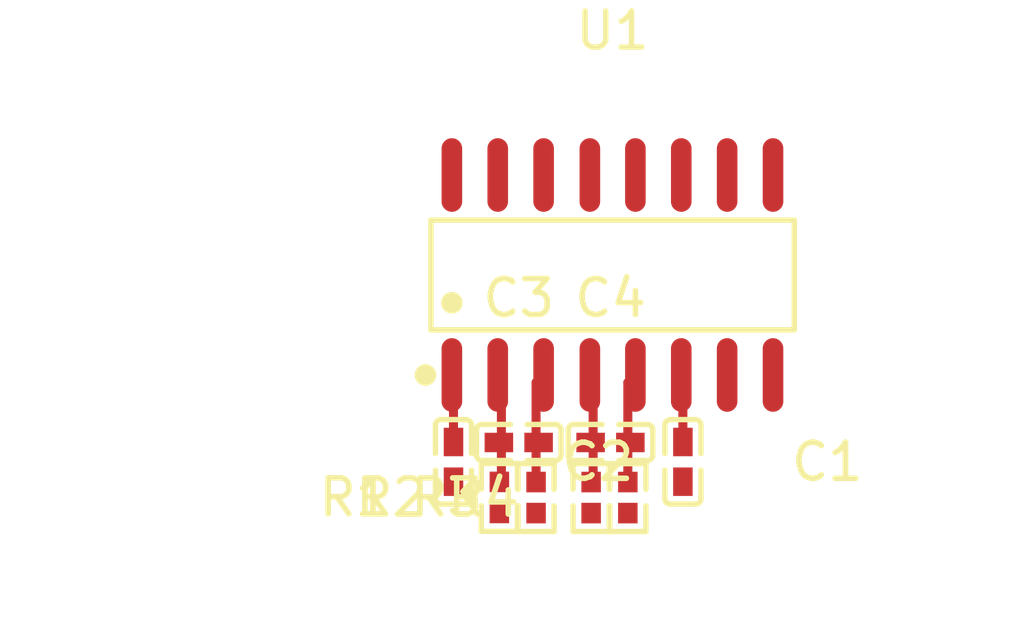
<source format=kicad_pcb>
(kicad_pcb (version 20241229) (generator "pcbnew") (generator_version "9.0")
  (layers (0 "F.Cu" signal) (2 "B.Cu" signal) (13 "F.Paste" user) (15 "B.Paste" user) (5 "F.SilkS" user "F.Silkscreen") (7 "B.SilkS" user "B.Silkscreen") (1 "F.Mask" user) (3 "B.Mask" user) (25 "Edge.Cuts" user))
  (net 0 "")
  (net 1 "DRDY")
  (net 2 "VBG")
  (net 3 "VIN1P")
  (net 4 "VIN2N")
  (net 5 "AVDD_LDO")
  (net 6 "gnd")
  (net 7 "VIN2P")
  (net 8 "XIN")
  (net 9 "VIN1N")
  (net 10 "XOUT")
  (net 11 "SDA")
  (net 12 "SCL")
  (net 13 "REFP")
  (net 14 "DVDD")
  (net 15 "n-1")
  (net 16 "p")
  (net 17 "n")
  (net 18 "p-1")
  (footprint "atopile:R0402-56259e" (layer "F.Cu") (at 134.366 88.394 90)
    (property "Reference" "R3" (at 0 -4 0) (layer "F.SilkS") (hide no))
    (property "Value" "47Ω ±1% 62.5mW")
    (fp_line (start 0.94 -0.5) (end 0.23 -0.5) (stroke (width 0.15)) (layer "F.SilkS"))
    (fp_line (start -0.94 -0.5) (end -0.23 -0.5) (stroke (width 0.15)) (layer "F.SilkS"))
    (fp_line (start 0.94 0.5) (end 0.94 -0.5) (stroke (width 0.15)) (layer "F.SilkS"))
    (fp_line (start 0.23 0.5) (end 0.94 0.5) (stroke (width 0.15)) (layer "F.SilkS"))
    (fp_line (start -0.23 0.5) (end -0.94 0.5) (stroke (width 0.15)) (layer "F.SilkS"))
    (fp_line (start -0.94 0.5) (end -0.94 -0.5) (stroke (width 0.15)) (layer "F.SilkS"))
    (fp_text user "${REFERENCE}" (at 0 -4 0) (layer "F.SilkS"))
    (pad "1" smd rect (at -0.43 0 90) (size 0.57 0.54) (layers "F.Cu" "F.Mask" "F.Paste") (net 17 "n"))
    (pad "2" smd rect (at 0.43 0 90) (size 0.57 0.54) (layers "F.Cu" "F.Mask" "F.Paste") (net 4 "VIN2N"))
  )
  (footprint "atopile:C0402-b3ef17" (layer "F.Cu") (at 134.902 86.868 0)
    (property "Reference" "C4" (at 0 -4 0) (layer "F.SilkS") (hide no))
    (property "Value" "100nF ±10% 16V X7R")
    (fp_line (start -1.17 0.35) (end -1.17 -0.35) (stroke (width 0.15)) (layer "F.SilkS"))
    (fp_line (start -1.02 -0.5) (end -0.23 -0.5) (stroke (width 0.15)) (layer "F.SilkS"))
    (fp_line (start -0.23 0.5) (end -1.02 0.5) (stroke (width 0.15)) (layer "F.SilkS"))
    (fp_line (start 0.23 0.5) (end 1.02 0.5) (stroke (width 0.15)) (layer "F.SilkS"))
    (fp_line (start 1.02 -0.5) (end 0.23 -0.5) (stroke (width 0.15)) (layer "F.SilkS"))
    (fp_line (start 1.17 0.35) (end 1.17 -0.35) (stroke (width 0.15)) (layer "F.SilkS"))
    (fp_arc (start -1.17 -0.35) (mid -1.126066 -0.456066) (end -1.02 -0.5) (stroke (width 0.15)) (layer "F.SilkS"))
    (fp_arc (start -1.02 0.5) (mid -1.126066 0.456066) (end -1.17 0.35) (stroke (width 0.15)) (layer "F.SilkS"))
    (fp_arc (start 1.02 -0.5) (mid 1.126066 -0.456066) (end 1.17 -0.35) (stroke (width 0.15)) (layer "F.SilkS"))
    (fp_arc (start 1.17 0.35) (mid 1.126066 0.456066) (end 1.02 0.5) (stroke (width 0.15)) (layer "F.SilkS"))
    (fp_text user "${REFERENCE}" (at 0 -4 0) (layer "F.SilkS"))
    (pad "1" smd rect (at -0.55 0 0) (size 0.79 0.54) (layers "F.Cu" "F.Mask" "F.Paste") (net 4 "VIN2N"))
    (pad "2" smd rect (at 0.55 0 0) (size 0.79 0.54) (layers "F.Cu" "F.Mask" "F.Paste") (net 7 "VIN2P"))
  )
  (footprint "atopile:R0402-56259e" (layer "F.Cu") (at 131.826 88.39 90)
    (property "Reference" "R1" (at 0 -4 0) (layer "F.SilkS") (hide no))
    (property "Value" "47Ω ±1% 62.5mW")
    (fp_line (start 0.94 -0.5) (end 0.23 -0.5) (stroke (width 0.15)) (layer "F.SilkS"))
    (fp_line (start -0.94 -0.5) (end -0.23 -0.5) (stroke (width 0.15)) (layer "F.SilkS"))
    (fp_line (start 0.94 0.5) (end 0.94 -0.5) (stroke (width 0.15)) (layer "F.SilkS"))
    (fp_line (start 0.23 0.5) (end 0.94 0.5) (stroke (width 0.15)) (layer "F.SilkS"))
    (fp_line (start -0.23 0.5) (end -0.94 0.5) (stroke (width 0.15)) (layer "F.SilkS"))
    (fp_line (start -0.94 0.5) (end -0.94 -0.5) (stroke (width 0.15)) (layer "F.SilkS"))
    (fp_text user "${REFERENCE}" (at 0 -4 0) (layer "F.SilkS"))
    (pad "1" smd rect (at -0.43 0 90) (size 0.57 0.54) (layers "F.Cu" "F.Mask" "F.Paste") (net 15 "n-1"))
    (pad "2" smd rect (at 0.43 0 90) (size 0.57 0.54) (layers "F.Cu" "F.Mask" "F.Paste") (net 9 "VIN1N"))
  )
  (footprint "lib:SOP-16_L9.9-W3.9-P1.27-LS6.0-BL" (layer "F.Cu") (at 134.961 82.227 0)
    (property "Reference" "U1" (at 0 -6.77 0) (layer "F.SilkS") (hide no))
    (property "Value" "")
    (fp_line (start -5.03 -1.52) (end 5.03 -1.52) (stroke (width 0.15)) (layer "F.SilkS"))
    (fp_line (start -5.03 1.52) (end -5.03 -1.52) (stroke (width 0.15)) (layer "F.SilkS"))
    (fp_line (start 5.03 -1.52) (end 5.03 1.52) (stroke (width 0.15)) (layer "F.SilkS"))
    (fp_line (start 5.03 1.52) (end -5.03 1.52) (stroke (width 0.15)) (layer "F.SilkS"))
    (fp_circle (center -5.18 2.77) (end -5.03 2.77) (stroke (width 0.3)) (fill no) (layer "F.SilkS"))
    (fp_circle (center -4.45 0.77) (end -4.3 0.77) (stroke (width 0.3)) (fill no) (layer "F.SilkS"))
    (pad "1" smd oval (at -4.45 2.77 0) (size 0.57 2.04) (layers "F.Cu" "F.Mask" "F.Paste") (net 13 "REFP"))
    (pad "2" smd oval (at -3.18 2.77 0) (size 0.57 2.04) (layers "F.Cu" "F.Mask" "F.Paste") (net 9 "VIN1N"))
    (pad "3" smd oval (at -1.91 2.77 0) (size 0.57 2.04) (layers "F.Cu" "F.Mask" "F.Paste") (net 3 "VIN1P"))
    (pad "4" smd oval (at -0.63 2.77 0) (size 0.57 2.04) (layers "F.Cu" "F.Mask" "F.Paste") (net 4 "VIN2N"))
    (pad "5" smd oval (at 0.63 2.77 0) (size 0.57 2.04) (layers "F.Cu" "F.Mask" "F.Paste") (net 7 "VIN2P"))
    (pad "6" smd oval (at 1.9 2.77 0) (size 0.57 2.04) (layers "F.Cu" "F.Mask" "F.Paste") (net 2 "VBG"))
    (pad "7" smd oval (at 3.17 2.77 0) (size 0.57 2.04) (layers "F.Cu" "F.Mask" "F.Paste") (net 6 "gnd"))
    (pad "8" smd oval (at 4.44 2.77 0) (size 0.57 2.04) (layers "F.Cu" "F.Mask" "F.Paste") (net 6 "gnd"))
    (pad "9" smd oval (at 4.44 -2.77 0) (size 0.57 2.04) (layers "F.Cu" "F.Mask" "F.Paste") (net 6 "gnd"))
    (pad "10" smd oval (at 3.17 -2.77 0) (size 0.57 2.04) (layers "F.Cu" "F.Mask" "F.Paste") (net 8 "XIN"))
    (pad "11" smd oval (at 1.9 -2.77 0) (size 0.57 2.04) (layers "F.Cu" "F.Mask" "F.Paste") (net 10 "XOUT"))
    (pad "12" smd oval (at 0.63 -2.77 0) (size 0.57 2.04) (layers "F.Cu" "F.Mask" "F.Paste") (net 1 "DRDY"))
    (pad "13" smd oval (at -0.63 -2.77 0) (size 0.57 2.04) (layers "F.Cu" "F.Mask" "F.Paste") (net 12 "SCL"))
    (pad "14" smd oval (at -1.91 -2.77 0) (size 0.57 2.04) (layers "F.Cu" "F.Mask" "F.Paste") (net 11 "SDA"))
    (pad "15" smd oval (at -3.18 -2.77 0) (size 0.57 2.04) (layers "F.Cu" "F.Mask" "F.Paste") (net 14 "DVDD"))
    (pad "16" smd oval (at -4.45 -2.77 0) (size 0.57 2.04) (layers "F.Cu" "F.Mask" "F.Paste") (net 5 "AVDD_LDO"))
  )
  (footprint "atopile:C0402-b3ef17" (layer "F.Cu") (at 132.362 86.868 0)
    (property "Reference" "C3" (at 0 -4 0) (layer "F.SilkS") (hide no))
    (property "Value" "100nF ±10% 16V X7R")
    (fp_line (start -1.17 0.35) (end -1.17 -0.35) (stroke (width 0.15)) (layer "F.SilkS"))
    (fp_line (start -1.02 -0.5) (end -0.23 -0.5) (stroke (width 0.15)) (layer "F.SilkS"))
    (fp_line (start -0.23 0.5) (end -1.02 0.5) (stroke (width 0.15)) (layer "F.SilkS"))
    (fp_line (start 0.23 0.5) (end 1.02 0.5) (stroke (width 0.15)) (layer "F.SilkS"))
    (fp_line (start 1.02 -0.5) (end 0.23 -0.5) (stroke (width 0.15)) (layer "F.SilkS"))
    (fp_line (start 1.17 0.35) (end 1.17 -0.35) (stroke (width 0.15)) (layer "F.SilkS"))
    (fp_arc (start -1.17 -0.35) (mid -1.126066 -0.456066) (end -1.02 -0.5) (stroke (width 0.15)) (layer "F.SilkS"))
    (fp_arc (start -1.02 0.5) (mid -1.126066 0.456066) (end -1.17 0.35) (stroke (width 0.15)) (layer "F.SilkS"))
    (fp_arc (start 1.02 -0.5) (mid 1.126066 -0.456066) (end 1.17 -0.35) (stroke (width 0.15)) (layer "F.SilkS"))
    (fp_arc (start 1.17 0.35) (mid 1.126066 0.456066) (end 1.02 0.5) (stroke (width 0.15)) (layer "F.SilkS"))
    (fp_text user "${REFERENCE}" (at 0 -4 0) (layer "F.SilkS"))
    (pad "1" smd rect (at -0.55 0 0) (size 0.79 0.54) (layers "F.Cu" "F.Mask" "F.Paste") (net 9 "VIN1N"))
    (pad "2" smd rect (at 0.55 0 0) (size 0.79 0.54) (layers "F.Cu" "F.Mask" "F.Paste") (net 3 "VIN1P"))
  )
  (footprint "atopile:C0402-b3ef17" (layer "F.Cu") (at 136.906 87.404 -90)
    (property "Reference" "C1" (at 0 -4 0) (layer "F.SilkS") (hide no))
    (property "Value" "100nF ±10% 16V X7R")
    (fp_line (start -0.23 0.5) (end -1.02 0.5) (stroke (width 0.15)) (layer "F.SilkS"))
    (fp_line (start 0.23 0.5) (end 1.02 0.5) (stroke (width 0.15)) (layer "F.SilkS"))
    (fp_line (start -1.17 0.35) (end -1.17 -0.35) (stroke (width 0.15)) (layer "F.SilkS"))
    (fp_line (start 1.17 0.35) (end 1.17 -0.35) (stroke (width 0.15)) (layer "F.SilkS"))
    (fp_line (start -1.02 -0.5) (end -0.23 -0.5) (stroke (width 0.15)) (layer "F.SilkS"))
    (fp_line (start 1.02 -0.5) (end 0.23 -0.5) (stroke (width 0.15)) (layer "F.SilkS"))
    (fp_arc (start -1.02 0.5) (mid -1.126066 0.456066) (end -1.17 0.35) (stroke (width 0.15)) (layer "F.SilkS"))
    (fp_arc (start 1.17 0.35) (mid 1.126066 0.456066) (end 1.02 0.5) (stroke (width 0.15)) (layer "F.SilkS"))
    (fp_arc (start -1.17 -0.35) (mid -1.126066 -0.456066) (end -1.02 -0.5) (stroke (width 0.15)) (layer "F.SilkS"))
    (fp_arc (start 1.02 -0.5) (mid 1.126066 -0.456066) (end 1.17 -0.35) (stroke (width 0.15)) (layer "F.SilkS"))
    (fp_text user "${REFERENCE}" (at 0 -4 0) (layer "F.SilkS"))
    (pad "1" smd rect (at -0.55 0 270) (size 0.79 0.54) (layers "F.Cu" "F.Mask" "F.Paste") (net 2 "VBG"))
    (pad "2" smd rect (at 0.55 0 270) (size 0.79 0.54) (layers "F.Cu" "F.Mask" "F.Paste") (net 6 "gnd"))
  )
  (footprint "atopile:R0402-56259e" (layer "F.Cu") (at 135.382 88.394 90)
    (property "Reference" "R4" (at 0 -4 0) (layer "F.SilkS") (hide no))
    (property "Value" "47Ω ±1% 62.5mW")
    (fp_line (start 0.94 -0.5) (end 0.23 -0.5) (stroke (width 0.15)) (layer "F.SilkS"))
    (fp_line (start -0.94 -0.5) (end -0.23 -0.5) (stroke (width 0.15)) (layer "F.SilkS"))
    (fp_line (start 0.94 0.5) (end 0.94 -0.5) (stroke (width 0.15)) (layer "F.SilkS"))
    (fp_line (start 0.23 0.5) (end 0.94 0.5) (stroke (width 0.15)) (layer "F.SilkS"))
    (fp_line (start -0.23 0.5) (end -0.94 0.5) (stroke (width 0.15)) (layer "F.SilkS"))
    (fp_line (start -0.94 0.5) (end -0.94 -0.5) (stroke (width 0.15)) (layer "F.SilkS"))
    (fp_text user "${REFERENCE}" (at 0 -4 0) (layer "F.SilkS"))
    (pad "1" smd rect (at -0.43 0 90) (size 0.57 0.54) (layers "F.Cu" "F.Mask" "F.Paste") (net 18 "p-1"))
    (pad "2" smd rect (at 0.43 0 90) (size 0.57 0.54) (layers "F.Cu" "F.Mask" "F.Paste") (net 7 "VIN2P"))
  )
  (footprint "atopile:R0402-56259e" (layer "F.Cu") (at 132.842 88.394 90)
    (property "Reference" "R2" (at 0 -4 0) (layer "F.SilkS") (hide no))
    (property "Value" "47Ω ±1% 62.5mW")
    (fp_line (start 0.94 -0.5) (end 0.23 -0.5) (stroke (width 0.15)) (layer "F.SilkS"))
    (fp_line (start -0.94 -0.5) (end -0.23 -0.5) (stroke (width 0.15)) (layer "F.SilkS"))
    (fp_line (start 0.94 0.5) (end 0.94 -0.5) (stroke (width 0.15)) (layer "F.SilkS"))
    (fp_line (start 0.23 0.5) (end 0.94 0.5) (stroke (width 0.15)) (layer "F.SilkS"))
    (fp_line (start -0.23 0.5) (end -0.94 0.5) (stroke (width 0.15)) (layer "F.SilkS"))
    (fp_line (start -0.94 0.5) (end -0.94 -0.5) (stroke (width 0.15)) (layer "F.SilkS"))
    (fp_text user "${REFERENCE}" (at 0 -4 0) (layer "F.SilkS"))
    (pad "1" smd rect (at -0.43 0 90) (size 0.57 0.54) (layers "F.Cu" "F.Mask" "F.Paste") (net 16 "p"))
    (pad "2" smd rect (at 0.43 0 90) (size 0.57 0.54) (layers "F.Cu" "F.Mask" "F.Paste") (net 3 "VIN1P"))
  )
  (footprint "atopile:C0402-b3ef17" (layer "F.Cu") (at 130.556 87.404 -90)
    (property "Reference" "C2" (at 0 -4 0) (layer "F.SilkS") (hide no))
    (property "Value" "100nF ±10% 16V X7R")
    (fp_line (start -0.23 0.5) (end -1.02 0.5) (stroke (width 0.15)) (layer "F.SilkS"))
    (fp_line (start 0.23 0.5) (end 1.02 0.5) (stroke (width 0.15)) (layer "F.SilkS"))
    (fp_line (start -1.17 0.35) (end -1.17 -0.35) (stroke (width 0.15)) (layer "F.SilkS"))
    (fp_line (start 1.17 0.35) (end 1.17 -0.35) (stroke (width 0.15)) (layer "F.SilkS"))
    (fp_line (start -1.02 -0.5) (end -0.23 -0.5) (stroke (width 0.15)) (layer "F.SilkS"))
    (fp_line (start 1.02 -0.5) (end 0.23 -0.5) (stroke (width 0.15)) (layer "F.SilkS"))
    (fp_arc (start -1.02 0.5) (mid -1.126066 0.456066) (end -1.17 0.35) (stroke (width 0.15)) (layer "F.SilkS"))
    (fp_arc (start 1.17 0.35) (mid 1.126066 0.456066) (end 1.02 0.5) (stroke (width 0.15)) (layer "F.SilkS"))
    (fp_arc (start -1.17 -0.35) (mid -1.126066 -0.456066) (end -1.02 -0.5) (stroke (width 0.15)) (layer "F.SilkS"))
    (fp_arc (start 1.02 -0.5) (mid 1.126066 -0.456066) (end 1.17 -0.35) (stroke (width 0.15)) (layer "F.SilkS"))
    (fp_text user "${REFERENCE}" (at 0 -4 0) (layer "F.SilkS"))
    (pad "1" smd rect (at -0.55 0 270) (size 0.79 0.54) (layers "F.Cu" "F.Mask" "F.Paste") (net 13 "REFP"))
    (pad "2" smd rect (at 0.55 0 270) (size 0.79 0.54) (layers "F.Cu" "F.Mask" "F.Paste") (net 6 "gnd"))
  )
  (segment (start 136.906 85.042) (end 136.861 84.997) (width 0.25) (net 2) (layer "F.Cu"))
  (segment (start 136.906 86.924) (end 136.906 85.042) (width 0.25) (net 2) (layer "F.Cu"))
  (segment (start 132.842 85.206) (end 133.051 84.997) (width 0.25) (net 3) (layer "F.Cu"))
  (segment (start 132.842 87.884) (end 132.842 86.868) (width 0.25) (net 3) (layer "F.Cu"))
  (segment (start 132.842 86.868) (end 132.842 85.206) (width 0.25) (net 3) (layer "F.Cu"))
  (segment (start 134.422 86.868) (end 134.422 85.088) (width 0.25) (net 4) (layer "F.Cu"))
  (segment (start 134.422 85.088) (end 134.331 84.997) (width 0.25) (net 4) (layer "F.Cu"))
  (segment (start 134.422 86.868) (end 134.422 87.828) (width 0.25) (net 4) (layer "F.Cu"))
  (segment (start 134.422 87.828) (end 134.366 87.884) (width 0.25) (net 4) (layer "F.Cu"))
  (segment (start 135.382 85.206) (end 135.591 84.997) (width 0.25) (net 7) (layer "F.Cu"))
  (segment (start 135.382 86.868) (end 135.382 85.206) (width 0.25) (net 7) (layer "F.Cu"))
  (segment (start 135.382 86.868) (end 135.382 87.884) (width 0.25) (net 7) (layer "F.Cu"))
  (segment (start 131.882 87.824) (end 131.826 87.88) (width 0.25) (net 9) (layer "F.Cu"))
  (segment (start 131.882 86.868) (end 131.882 87.824) (width 0.25) (net 9) (layer "F.Cu"))
  (segment (start 131.882 85.098) (end 131.781 84.997) (width 0.25) (net 9) (layer "F.Cu"))
  (segment (start 131.882 86.868) (end 131.882 85.098) (width 0.25) (net 9) (layer "F.Cu"))
  (segment (start 130.556 85.042) (end 130.511 84.997) (width 0.25) (net 13) (layer "F.Cu"))
  (segment (start 130.556 86.924) (end 130.556 85.042) (width 0.25) (net 13) (layer "F.Cu"))
)
</source>
